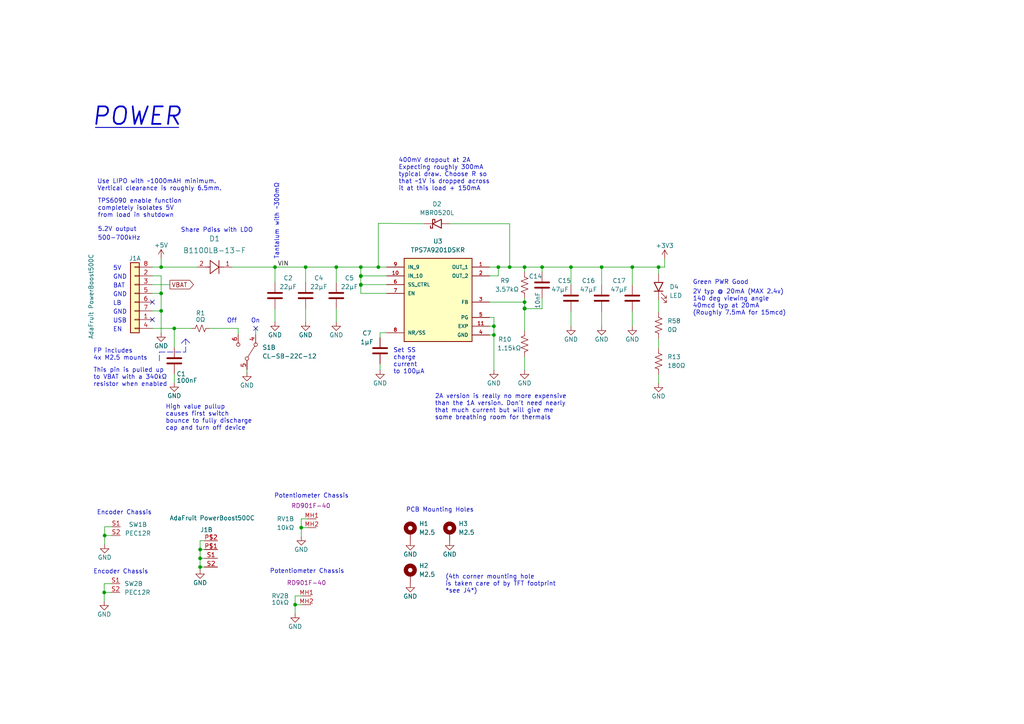
<source format=kicad_sch>
(kicad_sch (version 20211123) (generator eeschema)
  (paper "A4")
  (lib_symbols
    (symbol "B1100LB-13-F:B1100LB-13-F" (pin_names (offset 0.254))
      (property "Reference" "CR" (at 5.08 4.445 0))
      (property "Value" "B1100LB-13-F" (at 5.08 -3.81 0))
      (symbol "B1100LB-13-F_1_1"
        (polyline (pts (xy 2.54 0) (xy 3.4798 0)) (stroke (width 0.2032)))
        (polyline (pts (xy 3.175 0) (xy 3.81 0)) (stroke (width 0.2032)))
        (polyline (pts (xy 3.81 -1.905) (xy 6.35 0)) (stroke (width 0.2032)))
        (polyline (pts (xy 3.81 1.905) (xy 3.81 -1.905)) (stroke (width 0.2032)))
        (polyline (pts (xy 6.35 -1.905) (xy 6.35 1.905)) (stroke (width 0.2032)))
        (polyline (pts (xy 6.35 0) (xy 3.81 1.905)) (stroke (width 0.2032)))
        (polyline (pts (xy 6.35 0) (xy 7.62 0)) (stroke (width 0.2032)))
        (pin unspecified line (at 10.16 0 180) (length 2.54) (name "") (number "1"))
        (pin unspecified line (at 0 0 0) (length 2.54) (name "") (number "2"))
      )
      (symbol "B1100LB-13-F_1_2"
        (polyline (pts (xy -1.905 3.81) (xy 1.905 3.81)) (stroke (width 0.2032)))
        (polyline (pts (xy 0 2.54) (xy 0 3.4798)) (stroke (width 0.2032)))
        (polyline (pts (xy 0 3.175) (xy 0 3.81)) (stroke (width 0.2032)))
        (polyline (pts (xy 0 6.35) (xy -1.905 3.81)) (stroke (width 0.2032)))
        (polyline (pts (xy 0 6.35) (xy 0 7.62)) (stroke (width 0.2032)))
        (polyline (pts (xy 1.905 3.81) (xy 0 6.35)) (stroke (width 0.2032)))
        (polyline (pts (xy 1.905 6.35) (xy -1.905 6.35)) (stroke (width 0.2032)))
        (pin unspecified line (at 0 10.16 270) (length 2.54) (name "") (number "1"))
        (pin unspecified line (at 0 0 90) (length 2.54) (name "") (number "2"))
      )
    )
    (symbol "CUSTOMPOTSYM_WITHCHASSISMOUNTS:R_Potentiometer_US" (pin_names (offset 1.016) hide)
      (property "Reference" "RV" (at -4.445 0 90))
      (property "Value" "R_Potentiometer_US" (at -2.54 0 90))
      (symbol "R_Potentiometer_US_1_1"
        (polyline (pts (xy 0 -2.286) (xy 0 -2.54)))
        (polyline (pts (xy 0 2.54) (xy 0 2.286)))
        (polyline (pts (xy 1.27 0) (xy 2.413 0.508) (xy 2.413 -0.508) (xy 1.27 0)) (fill (type outline)))
        (polyline (pts (xy 0 -0.762) (xy 1.016 -1.143) (xy 0 -1.524) (xy -1.016 -1.905) (xy 0 -2.286)))
        (polyline (pts (xy 0 0.762) (xy 1.016 0.381) (xy 0 0) (xy -1.016 -0.381) (xy 0 -0.762)))
        (polyline (pts (xy 0 2.286) (xy 1.016 1.905) (xy 0 1.524) (xy -1.016 1.143) (xy 0 0.762)))
        (pin passive line (at 0 3.81 270) (length 1.27) (name "1") (number "1"))
        (pin passive line (at 3.81 0 180) (length 1.27) (name "2") (number "2"))
        (pin passive line (at 0 -3.81 90) (length 1.27) (name "3") (number "3"))
      )
      (symbol "R_Potentiometer_US_2_1"
        (pin passive line (at 3.81 1.27 270) (length 2.54) (name "MH2") (number "MH1"))
        (pin passive line (at 1.27 1.27 270) (length 2.54) (name "MH1") (number "MH2"))
      )
    )
    (symbol "Capstone Project:MFS201N−16−Z"
      (property "Reference" "U" (at -1.905 9.525 0))
      (property "Value" "MFS201N−16−Z" (at 0 7.62 0))
      (symbol "MFS201N−16−Z_1_0"
        (circle (center -3.175 0) (radius 0.508))
        (circle (center 0.889 -2.54) (radius 0.508))
      )
      (symbol "MFS201N−16−Z_1_1"
        (polyline (pts (xy -2.667 0.254) (xy 0.508 2.286)))
        (circle (center 0.889 2.54) (radius 0.508))
        (pin passive line (at 3.81 2.54 180) (length 2.54) (name "") (number "1"))
        (pin passive line (at -6.35 0 0) (length 2.54) (name "") (number "2"))
        (pin passive line (at 3.81 -2.54 180) (length 2.54) (name "") (number "3"))
      )
      (symbol "MFS201N−16−Z_2_0"
        (circle (center -3.175 0) (radius 0.508))
        (circle (center 0.889 -2.54) (radius 0.508))
      )
      (symbol "MFS201N−16−Z_2_1"
        (polyline (pts (xy -2.667 0.254) (xy 0.508 2.286)))
        (circle (center 0.889 2.54) (radius 0.508))
        (pin passive line (at 3.81 2.54 180) (length 2.54) (name "") (number "4"))
        (pin passive line (at -6.35 0 0) (length 2.54) (name "") (number "5"))
        (pin passive line (at 3.81 -2.54 180) (length 2.54) (name "") (number "6"))
      )
      (symbol "MFS201N−16−Z_3_1"
        (pin passive line (at -1.905 1.905 180) (length 2.54) (name "") (number "7"))
        (pin passive line (at -1.905 -0.635 180) (length 2.54) (name "") (number "8"))
      )
    )
    (symbol "Capstone Project:custPwrboost" (pin_names hide)
      (property "Reference" "U" (at 0 0 0))
      (property "Value" "custPwrboost" (at 0 0 0))
      (symbol "custPwrboost_1_1"
        (rectangle (start -1.27 -8.128) (end 0 -8.382) (stroke (width 0.1524)))
        (rectangle (start -1.27 -5.588) (end 0 -5.842) (stroke (width 0.1524)))
        (rectangle (start -1.27 -3.048) (end 0 -3.302) (stroke (width 0.1524)))
        (rectangle (start -1.27 -0.508) (end 0 -0.762) (stroke (width 0.1524)))
        (rectangle (start -1.27 2.032) (end 0 1.778) (stroke (width 0.1524)))
        (rectangle (start -1.27 4.572) (end 0 4.318) (stroke (width 0.1524)))
        (rectangle (start -1.27 7.112) (end 0 6.858) (stroke (width 0.1524)))
        (rectangle (start -1.27 9.652) (end 0 9.398) (stroke (width 0.1524)))
        (rectangle (start -1.27 10.795) (end 1.27 -9.525) (stroke (width 0.254)) (fill (type background)))
        (pin passive line (at -5.08 -5.715 0) (length 3.81) (name "Pin_1") (number "1"))
        (pin passive line (at -5.08 6.985 0) (length 3.81) (name "Pin_2") (number "2"))
        (pin passive line (at -5.08 4.445 0) (length 3.81) (name "Pin_3") (number "3"))
        (pin passive line (at -5.08 -8.255 0) (length 3.81) (name "Pin_4") (number "4"))
        (pin passive line (at -5.08 1.905 0) (length 3.81) (name "Pin_5") (number "5"))
        (pin passive line (at -5.08 -0.635 0) (length 3.81) (name "Pin_6") (number "6"))
        (pin passive line (at -5.08 -3.175 0) (length 3.81) (name "Pin_7") (number "7"))
        (pin passive line (at -5.08 9.525 0) (length 3.81) (name "Pin_8") (number "8"))
      )
      (symbol "custPwrboost_2_1"
        (pin passive line (at 1.27 8.89 0) (length 3.81) (name "P$1") (number "P$1"))
        (pin passive line (at 1.27 11.43 0) (length 3.81) (name "P$2") (number "P$2"))
        (pin passive line (at 1.27 6.35 0) (length 3.81) (name "M1") (number "S1"))
        (pin passive line (at 1.27 3.81 0) (length 3.81) (name "M2") (number "S2"))
      )
    )
    (symbol "Device:C" (pin_numbers hide) (pin_names (offset 0.254))
      (property "Reference" "C" (at 0.635 2.54 0))
      (property "Value" "C" (at 0.635 -2.54 0))
      (symbol "C_0_1"
        (polyline (pts (xy -2.032 -0.762) (xy 2.032 -0.762)) (stroke (width 0.508)))
        (polyline (pts (xy -2.032 0.762) (xy 2.032 0.762)) (stroke (width 0.508)))
      )
      (symbol "C_1_1"
        (pin passive line (at 0 3.81 270) (length 2.794) (name "~") (number "1"))
        (pin passive line (at 0 -3.81 90) (length 2.794) (name "~") (number "2"))
      )
    )
    (symbol "Device:D_Schottky" (pin_numbers hide) (pin_names (offset 1.016) hide)
      (property "Reference" "D?" (at -0.3175 6.985 0))
      (property "Value" "D_Schottky" (at -0.3175 4.445 0))
      (symbol "D_Schottky_0_1"
        (polyline (pts (xy 1.27 1.27) (xy 1.27 -1.27) (xy -1.27 0) (xy 1.27 1.27)) (stroke (width 0.254)))
        (polyline (pts (xy -1.905 0.635) (xy -1.905 1.27) (xy -1.27 1.27) (xy -1.27 -1.27) (xy -0.635 -1.27) (xy -0.635 -0.635)) (stroke (width 0.254)))
      )
      (symbol "D_Schottky_1_1"
        (pin passive line (at -3.81 0 0) (length 2.54) (name "K") (number "1"))
        (pin passive line (at 3.81 0 180) (length 2.54) (name "A") (number "2"))
      )
    )
    (symbol "Device:LED" (pin_numbers hide) (pin_names (offset 1.016) hide)
      (property "Reference" "D1" (at 3.81 -0.3174 90))
      (property "Value" "LED" (at 3.81 -2.8574 90))
      (symbol "LED_0_1"
        (polyline (pts (xy -1.27 -1.27) (xy -1.27 1.27)) (stroke (width 0.254)))
        (polyline (pts (xy 1.27 -1.27) (xy 1.27 1.27) (xy -1.27 0) (xy 1.27 -1.27)) (stroke (width 0.254)))
        (polyline (pts (xy -3.048 -0.762) (xy -4.572 -2.286) (xy -3.81 -2.286) (xy -4.572 -2.286) (xy -4.572 -1.524)))
        (polyline (pts (xy -1.778 -0.762) (xy -3.302 -2.286) (xy -2.54 -2.286) (xy -3.302 -2.286) (xy -3.302 -1.524)))
      )
      (symbol "LED_1_1"
        (pin passive line (at -3.81 0 0) (length 2.54) (name "K") (number "1"))
        (pin passive line (at 3.81 0 180) (length 2.54) (name "A") (number "2"))
      )
    )
    (symbol "Device:R_Small_US" (pin_numbers hide) (pin_names (offset 0.254) hide)
      (property "Reference" "R" (at 0.762 0.508 0))
      (property "Value" "R_Small_US" (at 0.762 -1.016 0))
      (symbol "R_Small_US_1_1"
        (polyline (pts (xy 0 0) (xy 1.016 -0.381) (xy 0 -0.762) (xy -1.016 -1.143) (xy 0 -1.524)))
        (polyline (pts (xy 0 1.524) (xy 1.016 1.143) (xy 0 0.762) (xy -1.016 0.381) (xy 0 0)))
        (pin passive line (at 0 2.54 270) (length 1.016) (name "~") (number "1"))
        (pin passive line (at 0 -2.54 90) (length 1.016) (name "~") (number "2"))
      )
    )
    (symbol "Device:R_US" (pin_numbers hide) (pin_names (offset 0))
      (property "Reference" "R" (at 2.54 0 90))
      (property "Value" "R_US" (at -2.54 0 90))
      (symbol "R_US_0_1"
        (polyline (pts (xy 0 -2.286) (xy 0 -2.54)))
        (polyline (pts (xy 0 2.286) (xy 0 2.54)))
        (polyline (pts (xy 0 -0.762) (xy 1.016 -1.143) (xy 0 -1.524) (xy -1.016 -1.905) (xy 0 -2.286)))
        (polyline (pts (xy 0 0.762) (xy 1.016 0.381) (xy 0 0) (xy -1.016 -0.381) (xy 0 -0.762)))
        (polyline (pts (xy 0 2.286) (xy 1.016 1.905) (xy 0 1.524) (xy -1.016 1.143) (xy 0 0.762)))
      )
      (symbol "R_US_1_1"
        (pin passive line (at 0 3.81 270) (length 1.27) (name "~") (number "1"))
        (pin passive line (at 0 -3.81 90) (length 1.27) (name "~") (number "2"))
      )
    )
    (symbol "Mechanical:MountingHole_Pad" (pin_numbers hide) (pin_names (offset 1.016) hide)
      (property "Reference" "H" (at 0 6.35 0))
      (property "Value" "MountingHole_Pad" (at 0 4.445 0))
      (symbol "MountingHole_Pad_0_1"
        (circle (center 0 1.27) (radius 1.27) (stroke (width 1.27)))
      )
      (symbol "MountingHole_Pad_1_1"
        (pin input line (at 0 -2.54 90) (length 2.54) (name "1") (number "1"))
      )
    )
    (symbol "R_Potentiometer_US_3" (pin_names (offset 1.016) hide)
      (property "Reference" "RV" (at -4.445 0 90))
      (property "Value" "R_Potentiometer_US_3" (at -2.54 0 90))
      (symbol "R_Potentiometer_US_3_1_1"
        (polyline (pts (xy 0 -2.286) (xy 0 -2.54)))
        (polyline (pts (xy 0 2.54) (xy 0 2.286)))
        (polyline (pts (xy 1.27 0) (xy 2.413 0.508) (xy 2.413 -0.508) (xy 1.27 0)) (fill (type outline)))
        (polyline (pts (xy 0 -0.762) (xy 1.016 -1.143) (xy 0 -1.524) (xy -1.016 -1.905) (xy 0 -2.286)))
        (polyline (pts (xy 0 0.762) (xy 1.016 0.381) (xy 0 0) (xy -1.016 -0.381) (xy 0 -0.762)))
        (polyline (pts (xy 0 2.286) (xy 1.016 1.905) (xy 0 1.524) (xy -1.016 1.143) (xy 0 0.762)))
        (pin passive line (at 0 3.81 270) (length 1.27) (name "1") (number "1"))
        (pin passive line (at 3.81 0 180) (length 1.27) (name "2") (number "2"))
        (pin passive line (at 0 -3.81 90) (length 1.27) (name "3") (number "3"))
      )
      (symbol "R_Potentiometer_US_3_2_1"
        (pin passive line (at 3.81 1.27 270) (length 2.54) (name "MH2") (number "MH1"))
        (pin passive line (at 1.27 1.27 270) (length 2.54) (name "MH1") (number "MH2"))
      )
    )
    (symbol "RotaryEncoder_Switch_2" (pin_names (offset 0.254) hide)
      (property "Reference" "SW" (at 0 6.604 0))
      (property "Value" "RotaryEncoder_Switch_2" (at 0 -6.604 0))
      (symbol "RotaryEncoder_Switch_2_1_1"
        (rectangle (start -3.175 5.08) (end 3.175 -5.08) (stroke (width 0.254)) (fill (type background)))
        (polyline (pts (xy 1.905 0) (xy 1.524 0)) (stroke (width 0.254)))
        (polyline (pts (xy 1.905 1.016) (xy 1.905 -1.016)) (stroke (width 0.254)))
        (polyline (pts (xy 3.175 -2.54) (xy 2.413 -2.54) (xy 2.413 -1.016)) (stroke (width 0.254)))
        (polyline (pts (xy 3.175 2.54) (xy 2.413 2.54) (xy 2.413 1.016)) (stroke (width 0.254)))
        (circle (center 2.413 -1.016) (radius 0.127) (stroke (width 0.254)))
        (circle (center 2.413 1.016) (radius 0.127) (stroke (width 0.254)))
        (pin passive line (at 5.715 2.54 180) (length 2.54) (name "") (number "1"))
        (pin passive line (at 5.715 -2.54 180) (length 2.54) (name "") (number "2"))
        (pin passive line (at -5.715 2.54 0) (length 2.54) (name "A") (number "A"))
        (pin passive line (at -5.715 -2.54 0) (length 2.54) (name "B") (number "B"))
        (pin passive line (at -5.715 0 0) (length 2.54) (name "C") (number "C"))
      )
      (symbol "RotaryEncoder_Switch_2_2_0"
        (pin passive line (at 1.905 1.27 180) (length 2.54) (name "MP1") (number "S1"))
        (pin passive line (at 1.905 -1.27 180) (length 2.54) (name "MP2") (number "S2"))
      )
    )
    (symbol "RotaryEncoder_Switch_3" (pin_names (offset 0.254) hide)
      (property "Reference" "SW" (at 0 6.604 0))
      (property "Value" "RotaryEncoder_Switch_3" (at 0 -6.604 0))
      (symbol "RotaryEncoder_Switch_3_1_1"
        (rectangle (start -3.175 5.08) (end 3.175 -5.08) (stroke (width 0.254)) (fill (type background)))
        (polyline (pts (xy 1.905 0) (xy 1.524 0)) (stroke (width 0.254)))
        (polyline (pts (xy 1.905 1.016) (xy 1.905 -1.016)) (stroke (width 0.254)))
        (polyline (pts (xy 3.175 -2.54) (xy 2.413 -2.54) (xy 2.413 -1.016)) (stroke (width 0.254)))
        (polyline (pts (xy 3.175 2.54) (xy 2.413 2.54) (xy 2.413 1.016)) (stroke (width 0.254)))
        (circle (center 2.413 -1.016) (radius 0.127) (stroke (width 0.254)))
        (circle (center 2.413 1.016) (radius 0.127) (stroke (width 0.254)))
        (pin passive line (at 5.715 2.54 180) (length 2.54) (name "") (number "1"))
        (pin passive line (at 5.715 -2.54 180) (length 2.54) (name "") (number "2"))
        (pin passive line (at -5.715 2.54 0) (length 2.54) (name "A") (number "A"))
        (pin passive line (at -5.715 -2.54 0) (length 2.54) (name "B") (number "B"))
        (pin passive line (at -5.715 0 0) (length 2.54) (name "C") (number "C"))
      )
      (symbol "RotaryEncoder_Switch_3_2_0"
        (pin passive line (at 1.905 1.27 180) (length 2.54) (name "MP1") (number "S1"))
        (pin passive line (at 1.905 -1.27 180) (length 2.54) (name "MP2") (number "S2"))
      )
    )
    (symbol "TPS7A9101DSKR_1" (pin_names (offset 1.016))
      (property "Reference" "U3" (at 2.8575 20.955 0))
      (property "Value" "TPS7A9201DSKR" (at 2.8575 18.415 0))
      (symbol "TPS7A9101DSKR_1_0_0"
        (rectangle (start -6.985 15.24) (end 12.7 -8.89) (stroke (width 0.254)) (fill (type background)))
        (pin output line (at 17.78 12.7 180) (length 5.08) (name "OUT_1") (number "1"))
        (pin input line (at -12.065 10.16 0) (length 5.08) (name "IN_10") (number "10"))
        (pin passive line (at 17.78 -4.445 180) (length 5.08) (name "EXP") (number "11"))
        (pin output line (at 17.78 -6.985 180) (length 5.08) hide (name "12") (number "12"))
        (pin output line (at 17.78 -6.985 180) (length 5.08) hide (name "") (number "13"))
        (pin output line (at 17.78 -6.985 180) (length 5.08) hide (name "") (number "14"))
        (pin output line (at 17.78 -6.985 180) (length 5.08) hide (name "") (number "15"))
        (pin output line (at 17.78 10.16 180) (length 5.08) (name "OUT_2") (number "2"))
        (pin input line (at 17.78 2.54 180) (length 5.08) (name "FB") (number "3"))
        (pin power_in line (at 17.78 -6.985 180) (length 5.08) (name "GND") (number "4"))
        (pin output line (at 17.78 -1.905 180) (length 5.08) (name "PG") (number "5"))
        (pin input line (at -12.065 7.62 0) (length 5.08) (name "SS_CTRL") (number "6"))
        (pin input line (at -12.065 5.08 0) (length 5.08) (name "EN") (number "7"))
        (pin passive line (at -12.065 -6.35 0) (length 5.08) (name "NR/SS") (number "8"))
        (pin input line (at -12.065 12.7 0) (length 5.08) (name "IN_9") (number "9"))
      )
    )
    (symbol "power:+3V3" (power) (pin_names (offset 0))
      (property "Value" "+3V3" (at 0 3.556 0))
      (symbol "+3V3_0_1"
        (polyline (pts (xy -0.762 1.27) (xy 0 2.54)))
        (polyline (pts (xy 0 0) (xy 0 2.54)))
        (polyline (pts (xy 0 2.54) (xy 0.762 1.27)))
      )
      (symbol "+3V3_1_1"
        (pin power_in line (at 0 0 90) (length 0) hide (name "+3V3") (number "1"))
      )
    )
    (symbol "power:+5V" (power) (pin_names (offset 0))
      (property "Value" "+5V" (at 0 3.556 0))
      (symbol "+5V_0_1"
        (polyline (pts (xy -0.762 1.27) (xy 0 2.54)))
        (polyline (pts (xy 0 0) (xy 0 2.54)))
        (polyline (pts (xy 0 2.54) (xy 0.762 1.27)))
      )
      (symbol "+5V_1_1"
        (pin power_in line (at 0 0 90) (length 0) hide (name "+5V") (number "1"))
      )
    )
    (symbol "power:GND" (power) (pin_names (offset 0))
      (property "Value" "GND" (at 0 -3.81 0))
      (symbol "GND_0_1"
        (polyline (pts (xy 0 0) (xy 0 -1.27) (xy 1.27 -1.27) (xy 0 -2.54) (xy -1.27 -1.27) (xy 0 -1.27)))
      )
      (symbol "GND_1_1"
        (pin power_in line (at 0 0 270) (length 0) hide (name "GND") (number "1"))
      )
    )
  )
  (junction (at 58.039 164.465))
  (junction (at 46.736 77.47))
  (junction (at 30.226 171.831))
  (junction (at 191.008 77.47))
  (junction (at 58.039 159.385))
  (junction (at 46.736 90.17))
  (junction (at 143.256 94.615))
  (junction (at 85.598 175.387))
  (junction (at 104.648 77.47))
  (junction (at 104.648 80.137))
  (junction (at 104.648 82.55))
  (junction (at 97.536 77.47))
  (junction (at 152.146 77.47))
  (junction (at 143.256 97.155))
  (junction (at 30.353 155.321))
  (junction (at 104.648 80.01))
  (junction (at 183.388 77.47))
  (junction (at 174.498 77.47))
  (junction (at 87.376 153.035))
  (junction (at 79.756 77.47))
  (junction (at 104.648 82.677))
  (junction (at 165.608 77.47))
  (junction (at 50.546 95.25))
  (junction (at 152.146 89.535))
  (junction (at 147.828 77.47))
  (junction (at 58.039 161.925))
  (junction (at 144.526 77.47))
  (junction (at 109.728 77.47))
  (junction (at 152.146 87.63))
  (junction (at 46.736 85.09))
  (junction (at 88.646 77.47))
  (junction (at 152.146 89.408))
  (junction (at 157.226 77.47))
  (no_connect (at 44.196 87.63))
  (no_connect (at 74.168 95.25))
  (no_connect (at 44.196 92.71))
  (wire (pts (xy 157.226 86.487) (xy 157.226 89.535)))
  (wire (pts (xy 143.256 92.075) (xy 143.256 94.615)))
  (wire (pts (xy 58.039 164.465) (xy 59.309 164.465)))
  (wire (pts (xy 46.736 90.17) (xy 46.736 96.52)))
  (wire (pts (xy 191.008 98.171) (xy 191.008 100.965)))
  (polyline (pts (xy 52.578 99.568) (xy 53.848 98.298)))
  (wire (pts (xy 88.646 81.915) (xy 88.646 77.47)))
  (wire (pts (xy 88.646 89.535) (xy 88.646 93.345)))
  (wire (pts (xy 71.628 107.188) (xy 71.628 107.95)))
  (wire (pts (xy 85.598 172.847) (xy 87.63 172.847)))
  (wire (pts (xy 152.146 89.408) (xy 152.146 87.63)))
  (wire (pts (xy 174.498 82.677) (xy 174.498 77.47)))
  (wire (pts (xy 60.706 95.25) (xy 69.088 95.25)))
  (wire (pts (xy 85.598 175.387) (xy 87.63 175.387)))
  (wire (pts (xy 174.498 90.297) (xy 174.498 94.615)))
  (wire (pts (xy 104.648 77.47) (xy 109.728 77.47)))
  (wire (pts (xy 183.388 77.47) (xy 191.008 77.47)))
  (wire (pts (xy 58.039 159.385) (xy 59.309 159.385)))
  (wire (pts (xy 191.008 79.375) (xy 191.008 77.47)))
  (polyline (pts (xy 53.848 98.298) (xy 55.118 99.568)))
  (wire (pts (xy 112.141 80.01) (xy 104.648 80.01)))
  (wire (pts (xy 50.546 95.25) (xy 50.546 100.838)))
  (wire (pts (xy 144.526 77.47) (xy 144.526 80.01)))
  (wire (pts (xy 87.376 153.035) (xy 87.376 155.575)))
  (wire (pts (xy 46.736 74.93) (xy 46.736 77.47)))
  (wire (pts (xy 144.526 80.01) (xy 141.986 80.01)))
  (wire (pts (xy 152.146 86.487) (xy 152.146 87.63)))
  (wire (pts (xy 30.226 169.291) (xy 30.226 171.831)))
  (wire (pts (xy 104.648 82.677) (xy 104.648 85.09)))
  (wire (pts (xy 152.146 77.47) (xy 157.226 77.47)))
  (wire (pts (xy 183.388 90.297) (xy 183.388 94.615)))
  (wire (pts (xy 97.536 77.47) (xy 104.648 77.47)))
  (wire (pts (xy 110.236 96.52) (xy 112.141 96.52)))
  (wire (pts (xy 191.008 108.585) (xy 191.008 111.125)))
  (wire (pts (xy 110.236 105.537) (xy 110.236 107.315)))
  (wire (pts (xy 30.226 171.831) (xy 32.258 171.831)))
  (wire (pts (xy 144.526 77.47) (xy 147.828 77.47)))
  (wire (pts (xy 44.196 77.47) (xy 46.736 77.47)))
  (wire (pts (xy 30.353 155.321) (xy 32.385 155.321)))
  (wire (pts (xy 122.936 64.897) (xy 109.728 64.77)))
  (wire (pts (xy 97.536 89.535) (xy 97.536 93.345)))
  (wire (pts (xy 165.608 94.615) (xy 165.608 90.297)))
  (wire (pts (xy 44.196 82.55) (xy 49.276 82.55)))
  (wire (pts (xy 152.146 89.408) (xy 152.146 89.535)))
  (wire (pts (xy 147.828 77.47) (xy 152.146 77.47)))
  (wire (pts (xy 58.039 161.925) (xy 59.309 161.925)))
  (wire (pts (xy 87.376 153.035) (xy 89.154 153.035)))
  (wire (pts (xy 104.648 82.55) (xy 104.648 80.137)))
  (wire (pts (xy 30.353 155.321) (xy 30.353 157.861)))
  (polyline (pts (xy 46.228 102.108) (xy 53.848 102.108)))
  (wire (pts (xy 44.196 85.09) (xy 46.736 85.09)))
  (wire (pts (xy 157.226 77.47) (xy 157.226 78.867)))
  (wire (pts (xy 104.648 77.47) (xy 104.648 80.01)))
  (wire (pts (xy 44.196 80.01) (xy 46.736 80.01)))
  (wire (pts (xy 152.146 95.885) (xy 152.146 89.535)))
  (wire (pts (xy 147.828 64.897) (xy 147.828 77.47)))
  (wire (pts (xy 141.986 77.47) (xy 144.526 77.47)))
  (wire (pts (xy 50.546 95.25) (xy 55.626 95.25)))
  (wire (pts (xy 112.141 85.09) (xy 104.648 85.09)))
  (wire (pts (xy 44.196 95.25) (xy 50.546 95.25)))
  (wire (pts (xy 44.196 90.17) (xy 46.736 90.17)))
  (polyline (pts (xy 53.848 98.298) (xy 53.848 102.108)))
  (wire (pts (xy 143.256 97.155) (xy 141.986 97.155)))
  (wire (pts (xy 110.236 96.52) (xy 110.236 97.917)))
  (wire (pts (xy 50.546 108.458) (xy 50.546 110.998)))
  (wire (pts (xy 157.226 89.535) (xy 152.146 89.535)))
  (wire (pts (xy 46.736 85.09) (xy 46.736 90.17)))
  (wire (pts (xy 192.786 75.057) (xy 192.786 77.47)))
  (wire (pts (xy 58.039 156.845) (xy 58.039 159.385)))
  (wire (pts (xy 157.226 77.47) (xy 165.608 77.47)))
  (wire (pts (xy 143.256 94.615) (xy 143.256 97.155)))
  (wire (pts (xy 165.608 82.677) (xy 165.608 77.47)))
  (wire (pts (xy 46.736 80.01) (xy 46.736 85.09)))
  (wire (pts (xy 58.039 159.385) (xy 58.039 161.925)))
  (wire (pts (xy 141.986 94.615) (xy 143.256 94.615)))
  (wire (pts (xy 85.598 172.847) (xy 85.598 175.387)))
  (wire (pts (xy 69.088 95.25) (xy 69.088 97.028)))
  (wire (pts (xy 30.353 152.781) (xy 30.353 155.321)))
  (wire (pts (xy 87.376 150.495) (xy 87.376 153.035)))
  (wire (pts (xy 97.536 77.47) (xy 88.646 77.47)))
  (wire (pts (xy 46.736 77.47) (xy 57.15 77.47)))
  (wire (pts (xy 30.353 152.781) (xy 32.385 152.781)))
  (wire (pts (xy 58.039 161.925) (xy 58.039 164.465)))
  (wire (pts (xy 104.648 80.01) (xy 104.648 80.137)))
  (wire (pts (xy 97.536 81.915) (xy 97.536 77.47)))
  (wire (pts (xy 191.008 77.47) (xy 192.786 77.47)))
  (wire (pts (xy 58.039 164.465) (xy 58.039 165.227)))
  (wire (pts (xy 183.388 82.677) (xy 183.388 77.47)))
  (wire (pts (xy 191.008 90.551) (xy 191.008 86.995)))
  (polyline (pts (xy 46.228 104.648) (xy 46.228 102.108)))
  (wire (pts (xy 30.226 169.291) (xy 32.258 169.291)))
  (wire (pts (xy 152.146 103.505) (xy 152.146 107.315)))
  (wire (pts (xy 174.498 77.47) (xy 183.388 77.47)))
  (wire (pts (xy 67.31 77.47) (xy 79.756 77.47)))
  (wire (pts (xy 79.756 77.47) (xy 88.646 77.47)))
  (wire (pts (xy 141.986 92.075) (xy 143.256 92.075)))
  (wire (pts (xy 143.256 97.155) (xy 143.256 107.315)))
  (wire (pts (xy 30.226 171.831) (xy 30.226 174.371)))
  (wire (pts (xy 87.376 150.495) (xy 89.154 150.495)))
  (wire (pts (xy 152.146 78.867) (xy 152.146 77.47)))
  (wire (pts (xy 74.168 95.25) (xy 74.168 97.028)))
  (wire (pts (xy 109.728 77.47) (xy 112.141 77.47)))
  (wire (pts (xy 79.756 81.915) (xy 79.756 77.47)))
  (wire (pts (xy 104.648 82.55) (xy 104.648 82.677)))
  (polyline (pts (xy 27.686 36.957) (xy 51.816 36.957)) (stroke (width 0.254) (type solid)))
  (wire (pts (xy 130.556 64.897) (xy 147.828 64.897)))
  (wire (pts (xy 109.728 64.77) (xy 109.728 77.47)))
  (wire (pts (xy 112.141 82.55) (xy 104.648 82.55)))
  (wire (pts (xy 85.598 175.387) (xy 85.598 177.927)))
  (wire (pts (xy 141.986 87.63) (xy 152.146 87.63)))
  (wire (pts (xy 59.309 156.845) (xy 58.039 156.845)))
  (wire (pts (xy 165.608 77.47) (xy 174.498 77.47)))
  (wire (pts (xy 79.756 89.535) (xy 79.756 93.345)))
  (text "PWR Good" (at 207.264 82.677 0) (effects (font (size 1.27 1.27)) (justify left bottom)))
  (text "High value pullup\ncauses first switch\nbounce to fully discharge\ncap and turn off device" (at 48.006 124.968 0) (effects (font (size 1.27 1.27)) (justify left bottom)))
  (text "TPS6090 enable function\ncompletely isolates 5V\nfrom load in shutdown\n\n5.2V output" (at 28.321 67.31 0) (effects (font (size 1.27 1.27)) (justify left bottom)))
  (text "EN" (at 32.766 96.393 0) (effects (font (size 1.27 1.27)) (justify left bottom)))
  (text "Share Pdiss with LDO" (at 73.406 67.564 180) (effects (font (size 1.27 1.27)) (justify right bottom)))
  (text "GND" (at 32.766 86.233 0) (effects (font (size 1.27 1.27)) (justify left bottom)))
  (text "500-700kHz" (at 28.321 69.85 0) (effects (font (size 1.27 1.27)) (justify left bottom)))
  (text "This pin is pulled up \nto VBAT with a 340kΩ \nresistor when enabled" (at 27.051 112.268 0) (effects (font (size 1.27 1.27)) (justify left bottom)))
  (text "Set SS\ncharge\ncurrent\nto 100µA" (at 114.046 108.585 0) (effects (font (size 1.27 1.27)) (justify left bottom)))
  (text "BAT" (at 32.766 83.693 0) (effects (font (size 1.27 1.27)) (justify left bottom)))
  (text "PCB Mounting Holes" (at 117.729 148.717 0) (effects (font (size 1.27 1.27)) (justify left bottom)))
  (text "5V" (at 32.766 78.613 0) (effects (font (size 1.27 1.27)) (justify left bottom)))
  (text "Tantalum with ~300mΩ" (at 81.026 75.311 90) (effects (font (size 1.27 1.27)) (justify left bottom)))
  (text "LB" (at 32.766 88.773 0) (effects (font (size 1.27 1.27)) (justify left bottom)))
  (text "2A version is really no more expensive\nthan the 1A version. Don't need nearly\nthat much current but will give me \nsome breathing room for thermals" (at 126.111 121.92 0) (effects (font (size 1.27 1.27)) (justify left bottom)))
  (text "Off" (at 65.786 93.853 0) (effects (font (size 1.27 1.27)) (justify left bottom)))
  (text "USB" (at 32.766 93.853 0) (effects (font (size 1.27 1.27)) (justify left bottom)))
  (text "Encoder Chassis" (at 28.067 149.479 0) (effects (font (size 1.27 1.27)) (justify left bottom)))
  (text "GND" (at 32.766 81.153 0) (effects (font (size 1.27 1.27)) (justify left bottom)))
  (text "(4th corner mounting hole\nis taken care of by TFT footprint\n*see J4*)\n" (at 129.159 172.212 0) (effects (font (size 1.27 1.27)) (justify left bottom)))
  (text "Green\n" (at 200.914 82.677 0) (effects (font (size 1.27 1.27)) (justify left bottom)))
  (text "FP includes \n4x M2.5 mounts" (at 27.051 104.648 0) (effects (font (size 1.27 1.27)) (justify left bottom)))
  (text "GND" (at 32.766 91.313 0) (effects (font (size 1.27 1.27)) (justify left bottom)))
  (text "400mV dropout at 2A\nExpecting roughly 300mA\ntypical draw. Choose R so\nthat ~1V is dropped across \nit at this load + 150mA" (at 115.57 55.499 0) (effects (font (size 1.27 1.27)) (justify left bottom)))
  (text "Use LIPO with ~1000mAH minimum.\nVertical clearance is roughly 6.5mm.\n" (at 28.194 55.499 0) (effects (font (size 1.27 1.27)) (justify left bottom)))
  (text "On" (at 72.771 93.853 0) (effects (font (size 1.27 1.27)) (justify left bottom)))
  (text "POWER" (at 26.416 36.83 0) (effects (font (size 5.08 5.08) (thickness 0.508) bold italic) (justify left bottom)))
  (text "Potentiometer Chassis" (at 79.502 144.653 0) (effects (font (size 1.27 1.27)) (justify left bottom)))
  (text "Encoder Chassis" (at 27.051 166.624 0) (effects (font (size 1.27 1.27)) (justify left bottom)))
  (text "Potentiometer Chassis" (at 78.232 166.497 0) (effects (font (size 1.27 1.27)) (justify left bottom)))
  (text "2V typ @ 20mA (MAX 2.4v)\n140 deg viewing angle\n40mcd typ at 20mA\n(Roughly 7.5mA for 15mcd)" (at 200.914 91.567 0) (effects (font (size 1.27 1.27)) (justify left bottom)))
  (label "VIN" (at 80.518 77.47 0))
  (global_label "VBAT" (shape output) (at 49.276 82.55 0) (property "Intersheet References" "${INTERSHEET_REFS}" (effects hide)))
  (symbol (lib_id "Device:C") (at 174.498 86.487 180) (unit 1)
    (property "Reference" "C16" (at 170.688 81.407 0))
    (property "Value" "47µF" (at 170.688 83.947 0))
    (property "Footprint" "Capacitor_SMD:C_0603_1608Metric" (effects hide))
  )
  (symbol (lib_id "power:GND") (at 79.756 93.345 0) (mirror y) (unit 1)
    (property "Reference" "#PWR0105" (effects hide))
    (property "Value" "GND" (at 79.756 97.155 0))
  )
  (symbol (lib_id "Device:LED") (at 191.008 83.185 90) (unit 1) (in_bom no)
    (property "Reference" "D4" (at 194.183 83.185 90) (effects (justify right)))
    (property "Value" "LED" (at 194.183 85.725 90) (effects (justify right)))
    (property "Footprint" "LED_SMD:LED_1206_3216Metric" (effects hide))
  )
  (symbol (lib_id "B1100LB-13-F:B1100LB-13-F") (at 57.15 77.47 0) (unit 1)
    (property "Reference" "D1" (at 62.23 69.215 0) (effects (font (size 1.524 1.524))))
    (property "Value" "B1100LB-13-F" (at 62.23 72.644 0) (effects (font (size 1.524 1.524))))
    (property "Footprint" "B1100LB-13-F:SMB_DIO" (effects hide))
    (property "Datasheet" "B1100LB-13-F" (effects hide))
  )
  (symbol (lib_id "Device:C") (at 110.236 101.727 180) (unit 1)
    (property "Reference" "C7" (at 106.426 96.647 0))
    (property "Value" "1µF" (at 106.426 99.187 0))
    (property "Footprint" "Capacitor_SMD:C_0603_1608Metric" (effects hide))
  )
  (symbol (lib_id "Mechanical:MountingHole_Pad") (at 118.999 166.624 0) (unit 1) (in_bom no)
    (property "Reference" "H2" (at 121.539 164.0839 0) (effects (justify left)))
    (property "Value" "M2.5" (at 121.539 166.6239 0) (effects (justify left)))
    (property "Footprint" "MountingHole:MountingHole_3.2mm_M3_DIN965_Pad_TopBottom" (effects hide))
  )
  (symbol (lib_id "Mechanical:MountingHole_Pad") (at 118.999 154.432 0) (unit 1) (in_bom no)
    (property "Reference" "H1" (at 121.539 151.8919 0) (effects (justify left)))
    (property "Value" "M2.5" (at 121.539 154.4319 0) (effects (justify left)))
    (property "Footprint" "MountingHole:MountingHole_3.2mm_M3_DIN965_Pad_TopBottom" (effects hide))
  )
  (symbol (lib_id "Device:C") (at 97.536 85.725 0) (mirror x) (unit 1)
    (property "Reference" "C5" (at 101.346 80.645 0))
    (property "Value" "22µF" (at 101.346 83.185 0))
    (property "Footprint" "Capacitor_SMD:C_0603_1608Metric" (effects hide))
  )
  (symbol (lib_id "Device:C") (at 50.546 104.648 0) (unit 1) (in_bom no)
    (property "Reference" "C1" (at 51.181 108.458 0) (effects (justify left)))
    (property "Value" "100nF" (at 51.181 110.363 0) (effects (justify left)))
    (property "Footprint" "Capacitor_SMD:C_0603_1608Metric" (effects hide))
  )
  (symbol (lib_name "TPS7A9101DSKR_1") (lib_id "TPS7A9101DSKR:TPS7A9101DSKR") (at 124.206 90.17 0) (unit 1)
    (property "Reference" "U3" (at 127 69.977 0))
    (property "Value" "TPS7A9201DSKR" (at 127 72.517 0))
    (property "Footprint" "TPS7A9101DSKR:SON50P250X250X80-11N" (effects hide))
    (property "PARTREV" "December 2016" (effects hide))
    (property "STANDARD" "IPC-7351B" (effects hide))
    (property "MAXIMUM_PACKAGE_HEIGHT" "0.8mm" (effects hide))
    (property "MANUFACTURER" "Texas Instruments" (effects hide))
  )
  (symbol (lib_id "power:GND") (at 97.536 93.345 0) (mirror y) (unit 1)
    (property "Reference" "#PWR013" (effects hide))
    (property "Value" "GND" (at 97.536 97.155 0))
  )
  (symbol (lib_id "power:GND") (at 191.008 111.125 0) (unit 1)
    (property "Reference" "#PWR034" (effects hide))
    (property "Value" "GND" (at 191.008 114.935 0))
  )
  (symbol (lib_id "Device:R_US") (at 191.008 104.775 0) (unit 1)
    (property "Reference" "R13" (at 193.548 103.5049 0) (effects (justify left)))
    (property "Value" "180Ω" (at 193.548 106.0449 0) (effects (justify left)))
    (property "Footprint" "Resistor_SMD:R_0603_1608Metric" (effects hide))
  )
  (symbol (lib_id "Device:R_US") (at 152.146 99.695 0) (mirror x) (unit 1) (in_bom no)
    (property "Reference" "R10" (at 146.431 98.425 0))
    (property "Value" "1.15kΩ" (at 147.701 100.965 0))
    (property "Footprint" "Resistor_SMD:R_0603_1608Metric" (effects hide))
  )
  (symbol (lib_id "power:GND") (at 183.388 94.615 0) (unit 1)
    (property "Reference" "#PWR033" (effects hide))
    (property "Value" "GND" (at 183.388 98.425 0))
  )
  (symbol (lib_id "Device:C") (at 79.756 85.725 0) (mirror x) (unit 1)
    (property "Reference" "C2" (at 83.566 80.645 0))
    (property "Value" "22µF" (at 83.566 83.185 0))
    (property "Footprint" "Capacitor_SMD:C_0603_1608Metric" (effects hide))
  )
  (symbol (lib_id "Capstone Project:MFS201N−16−Z") (at 71.628 100.838 270) (mirror x) (unit 2) (in_bom no)
    (property "Reference" "S1" (at 76.073 100.7744 90) (effects (justify left)))
    (property "Value" "CL-SB-22C-12" (at 76.073 103.3144 90) (effects (justify left)))
    (property "Footprint" "Capstone Symbols, Footprints:CL-SB-22C-12" (effects hide))
  )
  (symbol (lib_id "power:GND") (at 110.236 107.315 0) (unit 1)
    (property "Reference" "#PWR018" (effects hide))
    (property "Value" "GND" (at 110.236 111.125 0))
  )
  (symbol (lib_name "RotaryEncoder_Switch_3") (lib_id "JIZZeNCODER:RotaryEncoder_Switch") (at 34.29 154.051 0) (mirror y) (unit 2) (in_bom no)
    (property "Reference" "SW1" (at 40.005 152.146 0))
    (property "Value" "PEC12R" (at 40.005 154.686 0))
    (property "Footprint" "PEC12R_4215F_S0024:XDCR_PEC12R-4215F-S0024" (effects hide))
  )
  (symbol (lib_id "Capstone Project:custPwrboost") (at 39.116 86.995 0) (mirror y) (unit 1) (in_bom no)
    (property "Reference" "J1" (at 39.116 74.93 0))
    (property "Value" "AdaFruit PowerBoost500C" (at 26.416 85.979 90))
    (property "Footprint" "Capstone Symbols, Footprints:AdaFruitPowerBoost500C" (effects hide))
  )
  (symbol (lib_id "power:GND") (at 87.376 155.575 0) (unit 1)
    (property "Reference" "#PWR051" (effects hide))
    (property "Value" "GND" (at 87.376 159.385 0))
  )
  (symbol (lib_id "CUSTOMPOTSYM_WITHCHASSISMOUNTS:R_Potentiometer_US") (at 88.9 176.657 90) (unit 2) (in_bom no)
    (property "Reference" "RV2" (at 78.74 172.847 90) (effects (justify right)))
    (property "Value" "10kΩ" (at 78.74 174.752 90) (effects (justify right)))
    (property "Footprint" "Symbols, Footprints:Potentiometer_Alps_RK09L_Single_Vertical" (effects hide))
    (property "Field4" "RD901F-40" (at 88.9 169.037 90))
  )
  (symbol (lib_name "R_Potentiometer_US_3") (lib_id "CUSTOMPOTSYM_WITHCHASSISMOUNTS:R_Potentiometer_US") (at 90.424 154.305 90) (unit 2) (in_bom no)
    (property "Reference" "RV1" (at 80.264 150.495 90) (effects (justify right)))
    (property "Value" "10kΩ" (at 80.264 153.035 90) (effects (justify right)))
    (property "Footprint" "Symbols, Footprints:Potentiometer_Alps_RK09L_Single_Vertical" (effects hide))
    (property "Field4" "RD901F-40" (at 90.17 146.685 90))
  )
  (symbol (lib_id "Device:C") (at 157.226 82.677 180) (unit 1)
    (property "Reference" "C14" (at 155.321 80.137 0))
    (property "Value" "10nF" (at 155.956 87.122 90))
    (property "Footprint" "Capacitor_SMD:C_0603_1608Metric" (effects hide))
  )
  (symbol (lib_id "power:GND") (at 174.498 94.615 0) (unit 1)
    (property "Reference" "#PWR032" (effects hide))
    (property "Value" "GND" (at 174.498 98.425 0))
  )
  (symbol (lib_id "power:GND") (at 118.999 156.972 0) (unit 1)
    (property "Reference" "#PWR055" (effects hide))
    (property "Value" "GND" (at 118.999 160.782 0))
  )
  (symbol (lib_id "power:GND") (at 165.608 94.615 0) (unit 1)
    (property "Reference" "#PWR031" (effects hide))
    (property "Value" "GND" (at 165.608 98.425 0))
  )
  (symbol (lib_id "power:GND") (at 143.256 107.315 0) (unit 1)
    (property "Reference" "#PWR025" (effects hide))
    (property "Value" "GND" (at 143.256 111.125 0))
  )
  (symbol (lib_id "Capstone Project:custPwrboost") (at 58.039 168.275 0) (unit 2) (in_bom no)
    (property "Reference" "J1" (at 58.039 153.67 0) (effects (justify left)))
    (property "Value" "AdaFruit PowerBoost500C" (at 49.149 150.241 0) (effects (justify left)))
    (property "Footprint" "Capstone Symbols, Footprints:AdaFruitPowerBoost500C" (effects hide))
  )
  (symbol (lib_id "Device:R_US") (at 152.146 82.677 180) (unit 1) (in_bom no)
    (property "Reference" "R9" (at 146.431 81.407 0))
    (property "Value" "3.57kΩ" (at 147.066 83.947 0))
    (property "Footprint" "Resistor_SMD:R_0603_1608Metric" (effects hide))
  )
  (symbol (lib_id "power:GND") (at 88.646 93.345 0) (mirror y) (unit 1)
    (property "Reference" "#PWR011" (effects hide))
    (property "Value" "GND" (at 88.646 97.155 0))
  )
  (symbol (lib_id "Device:D_Schottky") (at 126.746 64.897 0) (mirror x) (unit 1)
    (property "Reference" "D2" (at 126.746 59.182 0))
    (property "Value" "MBR0520L" (at 126.746 61.722 0))
    (property "Footprint" "Diode_SMD:D_SOD-123" (effects hide))
  )
  (symbol (lib_id "Device:C") (at 88.646 85.725 0) (mirror x) (unit 1)
    (property "Reference" "C4" (at 92.456 80.645 0))
    (property "Value" "22µF" (at 92.456 83.185 0))
    (property "Footprint" "Capacitor_SMD:C_0603_1608Metric" (effects hide))
  )
  (symbol (lib_id "power:GND") (at 50.546 110.998 0) (unit 1)
    (property "Reference" "#PWR03" (effects hide))
    (property "Value" "GND" (at 50.546 114.808 0))
  )
  (symbol (lib_id "power:GND") (at 30.226 174.371 0) (unit 1)
    (property "Reference" "#PWR044" (effects hide))
    (property "Value" "GND" (at 30.226 178.181 0))
  )
  (symbol (lib_id "power:GND") (at 130.429 156.972 0) (unit 1)
    (property "Reference" "#PWR059" (effects hide))
    (property "Value" "GND" (at 130.429 160.782 0))
  )
  (symbol (lib_id "Mechanical:MountingHole_Pad") (at 130.429 154.432 0) (unit 1) (in_bom no)
    (property "Reference" "H3" (at 132.969 151.8919 0) (effects (justify left)))
    (property "Value" "M2.5" (at 132.969 154.4319 0) (effects (justify left)))
    (property "Footprint" "MountingHole:MountingHole_3.2mm_M3_DIN965_Pad_TopBottom" (effects hide))
  )
  (symbol (lib_id "power:GND") (at 71.628 107.95 0) (unit 1)
    (property "Reference" "#PWR04" (effects hide))
    (property "Value" "GND" (at 71.628 111.76 0))
  )
  (symbol (lib_id "power:GND") (at 152.146 107.315 0) (unit 1)
    (property "Reference" "#PWR029" (effects hide))
    (property "Value" "GND" (at 152.146 111.125 0))
  )
  (symbol (lib_id "power:GND") (at 58.039 165.227 0) (unit 1)
    (property "Reference" "#PWR052" (effects hide))
    (property "Value" "GND" (at 58.039 169.037 0))
  )
  (symbol (lib_id "power:GND") (at 46.736 96.52 0) (unit 1)
    (property "Reference" "#PWR02" (effects hide))
    (property "Value" "GND" (at 46.736 100.33 0))
  )
  (symbol (lib_id "power:+3V3") (at 192.786 75.057 0) (unit 1)
    (property "Reference" "#PWR035" (effects hide))
    (property "Value" "+3.3V" (at 192.786 71.247 0))
  )
  (symbol (lib_id "power:GND") (at 30.353 157.861 0) (unit 1)
    (property "Reference" "#PWR043" (effects hide))
    (property "Value" "GND" (at 30.353 161.671 0))
  )
  (symbol (lib_name "RotaryEncoder_Switch_2") (lib_id "JIZZeNCODER:RotaryEncoder_Switch") (at 34.163 170.561 0) (mirror y) (unit 2) (in_bom no)
    (property "Reference" "SW2" (at 36.068 169.2909 0) (effects (justify right)))
    (property "Value" "PEC12R" (at 36.068 171.8309 0) (effects (justify right)))
    (property "Footprint" "PEC12R_4215F_S0024:XDCR_PEC12R-4215F-S0024" (effects hide))
  )
  (symbol (lib_id "power:GND") (at 85.598 177.927 0) (unit 1)
    (property "Reference" "#PWR053" (effects hide))
    (property "Value" "GND" (at 85.598 181.737 0))
  )
  (symbol (lib_id "Device:C") (at 165.608 86.487 180) (unit 1)
    (property "Reference" "C15" (at 163.703 81.407 0))
    (property "Value" "47µF" (at 162.433 83.947 0))
    (property "Footprint" "Capacitor_SMD:C_0603_1608Metric" (effects hide))
  )
  (symbol (lib_id "power:+5V") (at 46.736 74.93 0) (unit 1)
    (property "Reference" "#PWR01" (effects hide))
    (property "Value" "+5V" (at 46.736 71.12 0))
  )
  (symbol (lib_id "Device:R_US") (at 191.008 94.361 0) (unit 1)
    (property "Reference" "R58" (at 193.548 93.0909 0) (effects (justify left)))
    (property "Value" "0Ω" (at 193.548 95.6309 0) (effects (justify left)))
    (property "Footprint" "Resistor_SMD:R_0603_1608Metric" (effects hide))
  )
  (symbol (lib_id "Device:R_Small_US") (at 58.166 95.25 90) (unit 1)
    (property "Reference" "R1" (at 58.166 90.805 90))
    (property "Value" "0Ω" (at 58.166 92.71 90))
    (property "Footprint" "Resistor_SMD:R_0603_1608Metric" (effects hide))
  )
  (symbol (lib_id "Device:C") (at 183.388 86.487 180) (unit 1)
    (property "Reference" "C17" (at 179.578 81.407 0))
    (property "Value" "47µF" (at 179.578 83.947 0))
    (property "Footprint" "Capacitor_SMD:C_0603_1608Metric" (effects hide))
  )
  (symbol (lib_id "power:GND") (at 118.999 169.164 0) (unit 1)
    (property "Reference" "#PWR056" (effects hide))
    (property "Value" "GND" (at 118.999 172.974 0))
  )
)
</source>
